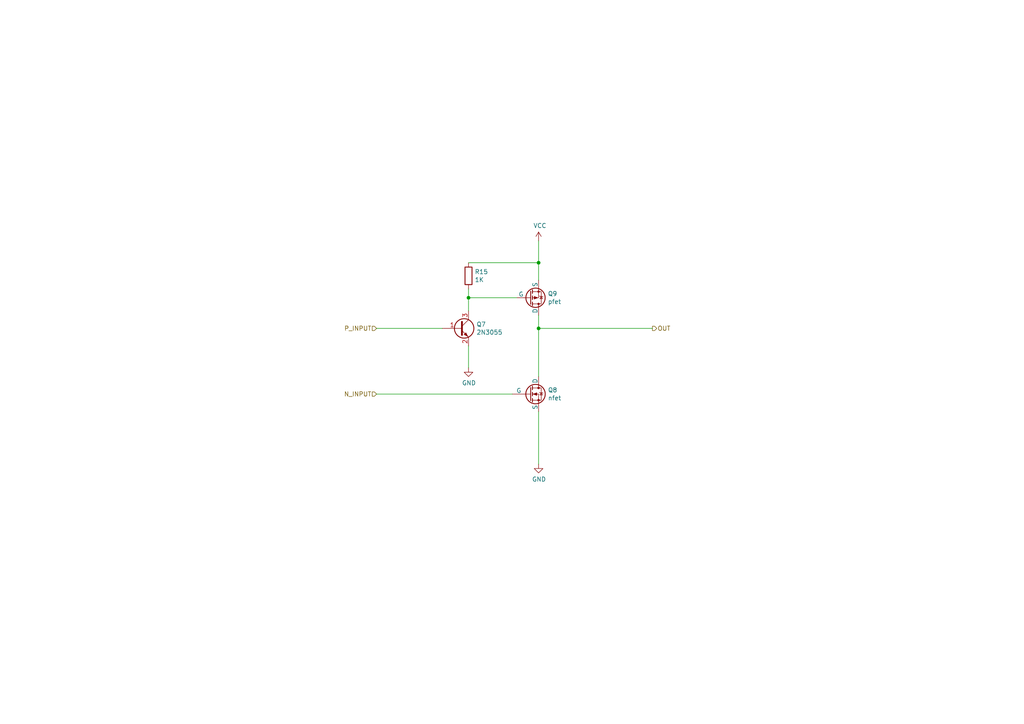
<source format=kicad_sch>
(kicad_sch (version 20211123) (generator eeschema)
  (paper "A4")
  (lib_symbols
    (symbol "Device:R" (pin_numbers hide) (pin_names (offset 0))
      (property "Reference" "R" (at 2.032 0 90))
      (property "Value" "R" (at 0 0 90))
      (symbol "R_0_1"
        (rectangle (start -1.016 -2.54) (end 1.016 2.54) (stroke (width 0.254)))
      )
      (symbol "R_1_1"
        (pin passive line (at 0 3.81 270) (length 1.27) (name "~") (number "1"))
        (pin passive line (at 0 -3.81 90) (length 1.27) (name "~") (number "2"))
      )
    )
    (symbol "Transistor_BJT:2N3055" (pin_names (offset 0) hide)
      (property "Reference" "Q" (at 5.08 1.905 0))
      (property "Value" "2N3055" (at 5.08 0 0))
      (symbol "2N3055_0_1"
        (polyline (pts (xy 0.635 0.635) (xy 2.54 2.54)))
        (polyline (pts (xy 0.635 -0.635) (xy 2.54 -2.54) (xy 2.54 -2.54)))
        (polyline (pts (xy 0.635 1.905) (xy 0.635 -1.905) (xy 0.635 -1.905)) (stroke (width 0.508)))
        (polyline (pts (xy 1.27 -1.778) (xy 1.778 -1.27) (xy 2.286 -2.286) (xy 1.27 -1.778) (xy 1.27 -1.778)) (fill (type outline)))
        (circle (center 1.27 0) (radius 2.8194) (stroke (width 0.254)))
      )
      (symbol "2N3055_1_1"
        (pin input line (at -5.08 0 0) (length 5.715) (name "B") (number "1"))
        (pin passive line (at 2.54 -5.08 90) (length 2.54) (name "E") (number "2"))
        (pin passive line (at 2.54 5.08 270) (length 2.54) (name "C") (number "3"))
      )
    )
    (symbol "power:GND" (power) (pin_names (offset 0))
      (property "Value" "GND" (at 0 -3.81 0))
      (symbol "GND_0_1"
        (polyline (pts (xy 0 0) (xy 0 -1.27) (xy 1.27 -1.27) (xy 0 -2.54) (xy -1.27 -1.27) (xy 0 -1.27)))
      )
      (symbol "GND_1_1"
        (pin power_in line (at 0 0 270) (length 0) hide (name "GND") (number "1"))
      )
    )
    (symbol "power:VCC" (power) (pin_names (offset 0))
      (property "Value" "VCC" (at 0 3.81 0))
      (symbol "VCC_0_1"
        (polyline (pts (xy -0.762 1.27) (xy 0 2.54)))
        (polyline (pts (xy 0 0) (xy 0 2.54)))
        (polyline (pts (xy 0 2.54) (xy 0.762 1.27)))
      )
      (symbol "VCC_1_1"
        (pin power_in line (at 0 0 90) (length 0) hide (name "VCC") (number "1"))
      )
    )
    (symbol "sch_component:nfet" (pin_numbers hide) (pin_names (offset 0))
      (property "Reference" "Q" (at -5.08 11.43 0))
      (property "Value" "sch_component_nfet" (at 0 11.43 0))
      (symbol "nfet_1_1"
        (circle (center -0.889 0) (radius 2.8194) (stroke (width 0.254)))
        (circle (center 0 -1.778) (radius 0.2794) (fill (type outline)))
        (polyline (pts (xy -3.81 0) (xy -2.286 0)))
        (polyline (pts (xy -1.778 -1.778) (xy 0 -1.778)))
        (polyline (pts (xy -1.778 -1.27) (xy -1.778 -2.286)) (stroke (width 0.254)))
        (polyline (pts (xy -1.778 0) (xy 0 0)))
        (polyline (pts (xy -1.778 0.508) (xy -1.778 -0.508)) (stroke (width 0.254)))
        (polyline (pts (xy -1.778 1.778) (xy 0 1.778)))
        (polyline (pts (xy -1.778 2.286) (xy -1.778 1.27)) (stroke (width 0.254)))
        (polyline (pts (xy 0 -1.778) (xy 0 -2.54)))
        (polyline (pts (xy 0 -1.778) (xy 0 0)))
        (polyline (pts (xy 0 2.54) (xy 0 1.778)))
        (polyline (pts (xy -2.286 1.905) (xy -2.286 -1.905) (xy -2.286 -1.905)) (stroke (width 0.254)))
        (polyline (pts (xy -1.524 0) (xy -0.508 0.381) (xy -0.508 -0.381) (xy -1.524 0)) (fill (type outline)))
        (polyline (pts (xy 0 -1.778) (xy 0.762 -1.778) (xy 0.762 1.778) (xy 0 1.778)))
        (polyline (pts (xy 0.254 0.508) (xy 0.381 0.381) (xy 1.143 0.381) (xy 1.27 0.254)))
        (polyline (pts (xy 0.762 0.381) (xy 0.381 -0.254) (xy 1.143 -0.254) (xy 0.762 0.381)))
        (circle (center 0 1.778) (radius 0.2794) (fill (type outline)))
        (pin passive line (at 0 -5.08 90) (length 2.54) (name "S") (number "1"))
        (pin passive line (at 0 -5.08 90) (length 2.54) hide (name "S") (number "2"))
        (pin passive line (at 0 -5.08 90) (length 2.54) hide (name "S") (number "3"))
        (pin passive line (at -7.62 0 0) (length 3.81) (name "G") (number "4"))
        (pin passive line (at 0 5.08 270) (length 2.54) (name "D") (number "5"))
        (pin passive line (at 0 5.08 270) (length 2.54) hide (name "D") (number "6"))
        (pin passive line (at 0 5.08 270) (length 2.54) hide (name "D") (number "7"))
        (pin passive line (at 0 5.08 270) (length 2.54) hide (name "D") (number "8"))
      )
    )
    (symbol "sch_component:pfet" (pin_numbers hide) (pin_names (offset 0))
      (property "Reference" "Q" (at -2.54 -10.795 0))
      (property "Value" "sch_component_pfet" (at -2.54 -12.7 0))
      (symbol "pfet_0_0"
        (pin passive line (at -5.08 -17.78 90) (length 2.54) (name "S") (number "1"))
        (pin passive line (at -5.08 -17.78 90) (length 2.54) hide (name "S") (number "2"))
        (pin passive line (at -5.08 -17.78 90) (length 2.54) hide (name "S") (number "3"))
        (pin passive line (at -11.43 -12.7 0) (length 2.54) (name "G") (number "4"))
        (pin passive line (at -5.08 -7.62 270) (length 2.54) (name "D") (number "5"))
        (pin passive line (at -5.08 -7.62 270) (length 2.54) hide (name "D") (number "6"))
        (pin passive line (at -5.08 -7.62 270) (length 2.54) hide (name "D") (number "7"))
        (pin passive line (at -5.08 -7.62 270) (length 2.54) hide (name "D") (number "8"))
      )
      (symbol "pfet_0_1"
        (circle (center -5.969 -12.7) (radius 2.794) (stroke (width 0.254)))
        (circle (center -5.08 -14.478) (radius 0.254) (fill (type outline)))
        (circle (center -5.08 -10.922) (radius 0.254) (fill (type outline)))
        (polyline (pts (xy -7.366 -12.7) (xy -10.16 -12.7)))
        (polyline (pts (xy -7.366 -10.795) (xy -7.366 -14.605)) (stroke (width 0.254)))
        (polyline (pts (xy -6.858 -13.97) (xy -6.858 -14.986)) (stroke (width 0.254)))
        (polyline (pts (xy -6.858 -12.192) (xy -6.858 -13.208)) (stroke (width 0.254)))
        (polyline (pts (xy -6.858 -10.414) (xy -6.858 -11.43)) (stroke (width 0.254)))
        (polyline (pts (xy -5.08 -10.16) (xy -5.08 -10.922)))
        (polyline (pts (xy -5.08 -15.24) (xy -5.08 -12.7) (xy -6.858 -12.7)))
        (polyline (pts (xy -6.858 -10.922) (xy -4.318 -10.922) (xy -4.318 -14.478) (xy -6.858 -14.478)))
        (polyline (pts (xy -5.334 -12.7) (xy -6.35 -12.319) (xy -6.35 -13.081) (xy -5.334 -12.7)) (fill (type outline)))
        (polyline (pts (xy -4.826 -13.208) (xy -4.699 -13.081) (xy -3.937 -13.081) (xy -3.81 -12.954)))
        (polyline (pts (xy -4.318 -13.081) (xy -4.699 -12.446) (xy -3.937 -12.446) (xy -4.318 -13.081)))
      )
    )
  )
  (junction (at 135.89 86.36))
  (junction (at 156.21 76.2))
  (junction (at 156.21 95.25))
  (wire (pts (xy 156.21 119.38) (xy 156.21 134.62)))
  (wire (pts (xy 135.89 86.36) (xy 135.89 90.17)))
  (wire (pts (xy 156.21 91.44) (xy 156.21 95.25)))
  (wire (pts (xy 135.89 100.33) (xy 135.89 106.68)))
  (wire (pts (xy 156.21 95.25) (xy 156.21 109.22)))
  (wire (pts (xy 128.27 95.25) (xy 109.22 95.25)))
  (wire (pts (xy 156.21 76.2) (xy 156.21 69.85)))
  (wire (pts (xy 156.21 76.2) (xy 156.21 81.28)))
  (wire (pts (xy 135.89 86.36) (xy 149.86 86.36)))
  (wire (pts (xy 135.89 76.2) (xy 156.21 76.2)))
  (wire (pts (xy 109.22 114.3) (xy 148.59 114.3)))
  (wire (pts (xy 156.21 95.25) (xy 189.23 95.25)))
  (wire (pts (xy 135.89 86.36) (xy 135.89 83.82)))
  (hierarchical_label "P_INPUT" (shape input) (at 109.22 95.25 180))
  (hierarchical_label "OUT" (shape output) (at 189.23 95.25 0))
  (hierarchical_label "N_INPUT" (shape input) (at 109.22 114.3 180))
  (symbol (lib_id "power:VCC") (at 156.21 69.85 0)
    (property "Reference" "#PWR022" (effects hide))
    (property "Value" "VCC" (at 156.591 65.4558 0))
  )
  (symbol (lib_id "sch_component:nfet") (at 156.21 114.3 0)
    (property "Reference" "Q8" (at 158.9024 113.1316 0) (effects (justify left)))
    (property "Value" "nfet" (at 158.9024 115.443 0) (effects (justify left)))
    (property "Footprint" "footprint:SOIC-8" (effects hide))
  )
  (symbol (lib_id "Transistor_BJT:2N3055") (at 133.35 95.25 0)
    (property "Reference" "Q7" (at 138.176 94.0816 0) (effects (justify left)))
    (property "Value" "2N3055" (at 138.176 96.393 0) (effects (justify left)))
    (property "Footprint" "Package_TO_SOT_SMD:SOT-23" (effects hide))
    (property "Datasheet" "http://www.onsemi.com/pub_link/Collateral/2N3055-D.PDF" (effects hide))
  )
  (symbol (lib_id "Device:R") (at 135.89 80.01 0)
    (property "Reference" "R15" (at 137.668 78.8416 0) (effects (justify left)))
    (property "Value" "1K" (at 137.668 81.153 0) (effects (justify left)))
    (property "Footprint" "footprint:0603_p1.7xpad1.0" (effects hide))
  )
  (symbol (lib_id "power:GND") (at 156.21 134.62 0)
    (property "Reference" "#PWR023" (effects hide))
    (property "Value" "GND" (at 156.337 139.0142 0))
  )
  (symbol (lib_id "power:GND") (at 135.89 106.68 0)
    (property "Reference" "#PWR021" (effects hide))
    (property "Value" "GND" (at 136.017 111.0742 0))
  )
  (symbol (lib_id "sch_component:pfet") (at 161.29 99.06 0) (mirror x)
    (property "Reference" "Q9" (at 158.877 85.1916 0) (effects (justify left)))
    (property "Value" "pfet" (at 158.877 87.503 0) (effects (justify left)))
    (property "Footprint" "footprint:SOIC-8" (effects hide))
  )
)
</source>
